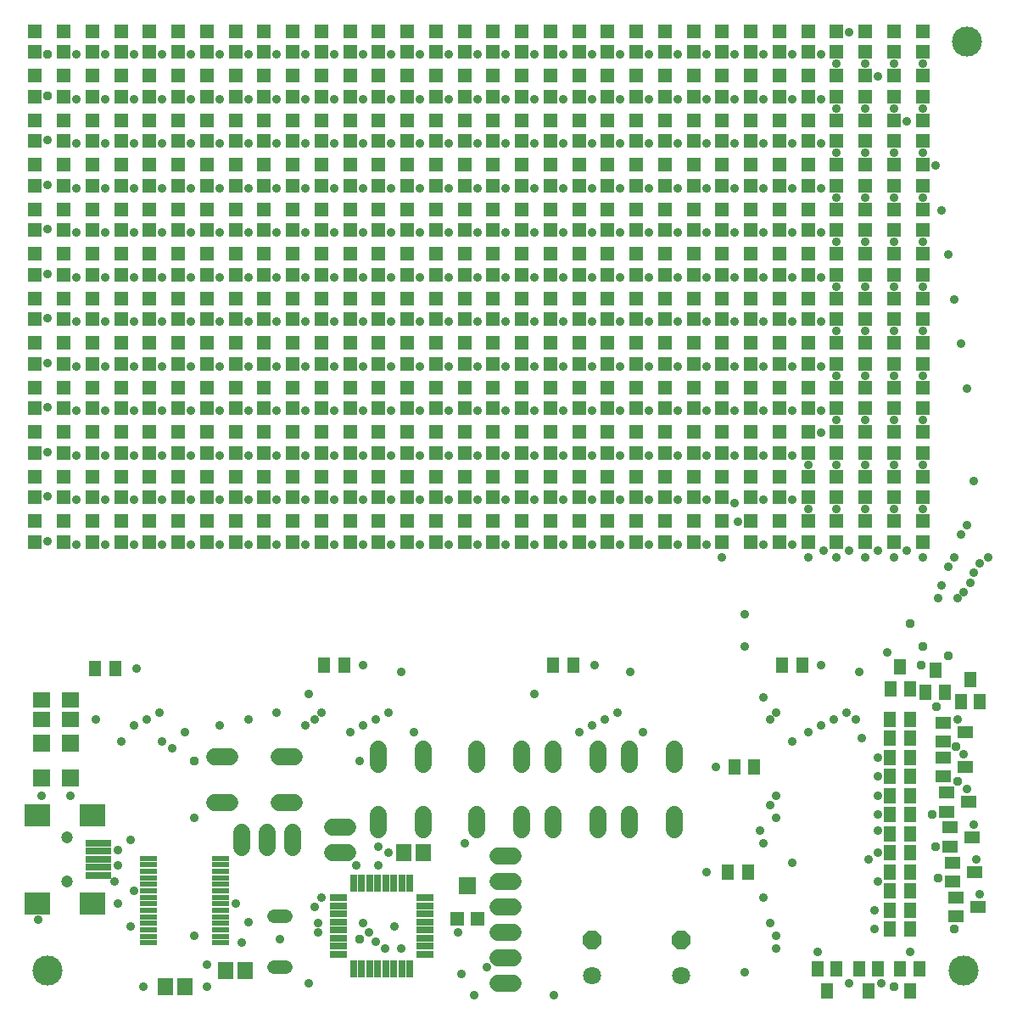
<source format=gbr>
G04 EAGLE Gerber RS-274X export*
G75*
%MOMM*%
%FSLAX34Y34*%
%LPD*%
%INSoldermask Top*%
%IPPOS*%
%AMOC8*
5,1,8,0,0,1.08239X$1,22.5*%
G01*
%ADD10R,1.703200X1.803200*%
%ADD11R,1.403200X1.403200*%
%ADD12C,1.727200*%
%ADD13R,1.303200X1.603200*%
%ADD14P,1.951982X8X112.500000*%
%ADD15C,1.803400*%
%ADD16R,1.503200X1.803200*%
%ADD17R,2.603200X2.203200*%
%ADD18R,2.511200X0.703200*%
%ADD19C,1.203200*%
%ADD20C,3.003200*%
%ADD21R,1.703200X0.603200*%
%ADD22C,1.320800*%
%ADD23R,1.203200X1.603200*%
%ADD24R,1.603200X1.203200*%
%ADD25R,1.703200X1.503200*%
%ADD26R,1.503200X1.703200*%
%ADD27R,1.703200X1.703200*%
%ADD28R,1.703200X0.753200*%
%ADD29R,0.753200X1.703200*%
%ADD30C,0.909600*%
%ADD31C,0.959600*%


D10*
X457200Y122950D03*
D11*
X447200Y89700D03*
X467200Y89700D03*
D12*
X219583Y251206D02*
X204343Y251206D01*
X204343Y205994D02*
X219583Y205994D01*
X269367Y251206D02*
X284607Y251206D01*
X284607Y205994D02*
X269367Y205994D01*
D13*
X85250Y339725D03*
X105250Y339725D03*
D14*
X669925Y68580D03*
D15*
X669925Y33020D03*
D14*
X581025Y68580D03*
D15*
X581025Y33020D03*
D13*
X313850Y342900D03*
X333850Y342900D03*
X542450Y342900D03*
X562450Y342900D03*
D16*
X235425Y38100D03*
X215425Y38100D03*
D13*
X743425Y241300D03*
X723425Y241300D03*
D17*
X82625Y193225D03*
D18*
X88265Y165225D03*
X88265Y157225D03*
X88265Y149225D03*
X88265Y141225D03*
X88265Y133225D03*
D17*
X27625Y193225D03*
X82625Y105225D03*
X27625Y105225D03*
D19*
X57625Y171225D03*
X57625Y127225D03*
D20*
X955675Y965200D03*
X38100Y38100D03*
X952500Y38100D03*
D21*
X210875Y65700D03*
X210875Y72200D03*
X210875Y78700D03*
X210875Y85200D03*
X210875Y91700D03*
X210875Y98200D03*
X210875Y104700D03*
X210875Y111200D03*
X210875Y117700D03*
X210875Y124200D03*
X210875Y130700D03*
X210875Y137200D03*
X210875Y143700D03*
X210875Y150200D03*
X138375Y150200D03*
X138375Y143700D03*
X138375Y137200D03*
X138375Y130700D03*
X138375Y124200D03*
X138375Y117700D03*
X138375Y111200D03*
X138375Y104700D03*
X138375Y98200D03*
X138375Y91700D03*
X138375Y85200D03*
X138375Y78700D03*
X138375Y72200D03*
X138375Y65700D03*
D11*
X25400Y975700D03*
X25400Y954700D03*
X282575Y975700D03*
X282575Y954700D03*
X311150Y975700D03*
X311150Y954700D03*
X339725Y975700D03*
X339725Y954700D03*
X368300Y975700D03*
X368300Y954700D03*
X396875Y975700D03*
X396875Y954700D03*
X425450Y975700D03*
X425450Y954700D03*
X454025Y975700D03*
X454025Y954700D03*
X482600Y975700D03*
X482600Y954700D03*
X511175Y975700D03*
X511175Y954700D03*
X539750Y975700D03*
X539750Y954700D03*
X53975Y975700D03*
X53975Y954700D03*
X568325Y975700D03*
X568325Y954700D03*
X596900Y975700D03*
X596900Y954700D03*
X625475Y975700D03*
X625475Y954700D03*
X654050Y975700D03*
X654050Y954700D03*
X682625Y975700D03*
X682625Y954700D03*
X82550Y975700D03*
X82550Y954700D03*
X111125Y975700D03*
X111125Y954700D03*
X139700Y975700D03*
X139700Y954700D03*
X168275Y975700D03*
X168275Y954700D03*
X196850Y975700D03*
X196850Y954700D03*
X225425Y975700D03*
X225425Y954700D03*
X254000Y975700D03*
X254000Y954700D03*
D12*
X322580Y155575D02*
X337820Y155575D01*
X337820Y180975D02*
X322580Y180975D01*
D22*
X275463Y92075D02*
X264287Y92075D01*
X264287Y41275D02*
X275463Y41275D01*
D23*
X889000Y341200D03*
X898500Y319200D03*
X879500Y319200D03*
X923925Y338025D03*
X933425Y316025D03*
X914425Y316025D03*
X958850Y328500D03*
X968350Y306500D03*
X949350Y306500D03*
D24*
X953975Y276225D03*
X931975Y266725D03*
X931975Y285725D03*
X953975Y241300D03*
X931975Y231800D03*
X931975Y250800D03*
X957150Y206375D03*
X935150Y196875D03*
X935150Y215875D03*
X960325Y171450D03*
X938325Y161950D03*
X938325Y180950D03*
X963500Y136525D03*
X941500Y127025D03*
X941500Y146025D03*
D25*
X31750Y288950D03*
X31750Y307950D03*
X60325Y288950D03*
X60325Y307950D03*
D13*
X879000Y288925D03*
X899000Y288925D03*
X879000Y269875D03*
X899000Y269875D03*
X879000Y250825D03*
X899000Y250825D03*
X879000Y231775D03*
X899000Y231775D03*
X879000Y212725D03*
X899000Y212725D03*
X879000Y193675D03*
X899000Y193675D03*
X879000Y174625D03*
X899000Y174625D03*
X879000Y155575D03*
X899000Y155575D03*
D26*
X155600Y22225D03*
X174600Y22225D03*
X393725Y155575D03*
X412725Y155575D03*
D12*
X367919Y178943D02*
X367919Y194183D01*
X413131Y194183D02*
X413131Y178943D01*
X367919Y243967D02*
X367919Y259207D01*
X413131Y259207D02*
X413131Y243967D01*
D27*
X60325Y230150D03*
X60325Y265150D03*
D12*
X487680Y152400D02*
X502920Y152400D01*
X502920Y127000D02*
X487680Y127000D01*
X487680Y101600D02*
X502920Y101600D01*
X502920Y76200D02*
X487680Y76200D01*
X487680Y50800D02*
X502920Y50800D01*
X502920Y25400D02*
X487680Y25400D01*
X282575Y160655D02*
X282575Y175895D01*
X257175Y175895D02*
X257175Y160655D01*
X231775Y160655D02*
X231775Y175895D01*
D27*
X31750Y230150D03*
X31750Y265150D03*
D28*
X328475Y110550D03*
X328475Y102550D03*
X328475Y94550D03*
X328475Y86550D03*
X328475Y78550D03*
X328475Y70550D03*
X328475Y62550D03*
X328475Y54550D03*
D29*
X343475Y39550D03*
X351475Y39550D03*
X359475Y39550D03*
X367475Y39550D03*
X375475Y39550D03*
X383475Y39550D03*
X391475Y39550D03*
X399475Y39550D03*
D28*
X414475Y54550D03*
X414475Y62550D03*
X414475Y70550D03*
X414475Y78550D03*
X414475Y86550D03*
X414475Y94550D03*
X414475Y102550D03*
X414475Y110550D03*
D29*
X399475Y125550D03*
X391475Y125550D03*
X383475Y125550D03*
X375475Y125550D03*
X367475Y125550D03*
X359475Y125550D03*
X351475Y125550D03*
X343475Y125550D03*
D11*
X711200Y975700D03*
X711200Y954700D03*
X739775Y975700D03*
X739775Y954700D03*
X768350Y975700D03*
X768350Y954700D03*
X796925Y975700D03*
X796925Y954700D03*
X825500Y975700D03*
X825500Y954700D03*
X854075Y975700D03*
X854075Y954700D03*
X882650Y975700D03*
X882650Y954700D03*
X911225Y975700D03*
X911225Y954700D03*
X25400Y931250D03*
X25400Y910250D03*
X53975Y931250D03*
X53975Y910250D03*
X82550Y931250D03*
X82550Y910250D03*
X111125Y931250D03*
X111125Y910250D03*
X139700Y931250D03*
X139700Y910250D03*
X168275Y931250D03*
X168275Y910250D03*
X196850Y931250D03*
X196850Y910250D03*
X225425Y931250D03*
X225425Y910250D03*
X254000Y931250D03*
X254000Y910250D03*
X282575Y931250D03*
X282575Y910250D03*
X311150Y931250D03*
X311150Y910250D03*
X339725Y931250D03*
X339725Y910250D03*
X368300Y931250D03*
X368300Y910250D03*
X396875Y931250D03*
X396875Y910250D03*
X425450Y931250D03*
X425450Y910250D03*
X454025Y931250D03*
X454025Y910250D03*
X482600Y931250D03*
X482600Y910250D03*
X511175Y931250D03*
X511175Y910250D03*
X539750Y931250D03*
X539750Y910250D03*
X568325Y931250D03*
X568325Y910250D03*
X596900Y931250D03*
X596900Y910250D03*
X625475Y931250D03*
X625475Y910250D03*
X654050Y931250D03*
X654050Y910250D03*
X682625Y931250D03*
X682625Y910250D03*
X711200Y931250D03*
X711200Y910250D03*
X739775Y931250D03*
X739775Y910250D03*
X768350Y931250D03*
X768350Y910250D03*
X796925Y931250D03*
X796925Y910250D03*
X825500Y931250D03*
X825500Y910250D03*
X854075Y931250D03*
X854075Y910250D03*
X882650Y931250D03*
X882650Y910250D03*
X911225Y931250D03*
X911225Y910250D03*
X25400Y886800D03*
X25400Y865800D03*
X53975Y886800D03*
X53975Y865800D03*
X82550Y886800D03*
X82550Y865800D03*
X111125Y886800D03*
X111125Y865800D03*
X139700Y886800D03*
X139700Y865800D03*
X168275Y886800D03*
X168275Y865800D03*
X196850Y886800D03*
X196850Y865800D03*
X225425Y886800D03*
X225425Y865800D03*
X254000Y886800D03*
X254000Y865800D03*
X282575Y886800D03*
X282575Y865800D03*
X311150Y886800D03*
X311150Y865800D03*
X339725Y886800D03*
X339725Y865800D03*
X368300Y886800D03*
X368300Y865800D03*
X396875Y886800D03*
X396875Y865800D03*
X425450Y886800D03*
X425450Y865800D03*
X454025Y886800D03*
X454025Y865800D03*
X482600Y886800D03*
X482600Y865800D03*
X511175Y886800D03*
X511175Y865800D03*
X539750Y886800D03*
X539750Y865800D03*
X568325Y886800D03*
X568325Y865800D03*
X596900Y886800D03*
X596900Y865800D03*
X625475Y886800D03*
X625475Y865800D03*
X654050Y886800D03*
X654050Y865800D03*
X682625Y886800D03*
X682625Y865800D03*
X711200Y886800D03*
X711200Y865800D03*
X739775Y886800D03*
X739775Y865800D03*
X768350Y886800D03*
X768350Y865800D03*
X796925Y886800D03*
X796925Y865800D03*
X825500Y886800D03*
X825500Y865800D03*
X854075Y886800D03*
X854075Y865800D03*
X882650Y886800D03*
X882650Y865800D03*
X911225Y886800D03*
X911225Y865800D03*
X25400Y842350D03*
X25400Y821350D03*
X53975Y842350D03*
X53975Y821350D03*
X82550Y842350D03*
X82550Y821350D03*
X111125Y842350D03*
X111125Y821350D03*
X139700Y842350D03*
X139700Y821350D03*
X168275Y842350D03*
X168275Y821350D03*
X196850Y842350D03*
X196850Y821350D03*
X225425Y842350D03*
X225425Y821350D03*
X254000Y842350D03*
X254000Y821350D03*
X282575Y842350D03*
X282575Y821350D03*
X311150Y842350D03*
X311150Y821350D03*
X339725Y842350D03*
X339725Y821350D03*
X368300Y842350D03*
X368300Y821350D03*
X396875Y842350D03*
X396875Y821350D03*
X425450Y842350D03*
X425450Y821350D03*
X454025Y842350D03*
X454025Y821350D03*
X482600Y842350D03*
X482600Y821350D03*
X511175Y842350D03*
X511175Y821350D03*
X539750Y842350D03*
X539750Y821350D03*
X568325Y842350D03*
X568325Y821350D03*
X596900Y842350D03*
X596900Y821350D03*
X625475Y842350D03*
X625475Y821350D03*
X654050Y842350D03*
X654050Y821350D03*
X682625Y842350D03*
X682625Y821350D03*
X711200Y842350D03*
X711200Y821350D03*
X739775Y842350D03*
X739775Y821350D03*
X768350Y842350D03*
X768350Y821350D03*
X796925Y842350D03*
X796925Y821350D03*
X825500Y842350D03*
X825500Y821350D03*
X854075Y842350D03*
X854075Y821350D03*
X882650Y842350D03*
X882650Y821350D03*
X911225Y842350D03*
X911225Y821350D03*
X25400Y797900D03*
X25400Y776900D03*
X53975Y797900D03*
X53975Y776900D03*
X82550Y797900D03*
X82550Y776900D03*
X111125Y797900D03*
X111125Y776900D03*
X139700Y797900D03*
X139700Y776900D03*
X168275Y797900D03*
X168275Y776900D03*
X196850Y797900D03*
X196850Y776900D03*
X225425Y797900D03*
X225425Y776900D03*
X254000Y797900D03*
X254000Y776900D03*
X282575Y797900D03*
X282575Y776900D03*
X311150Y797900D03*
X311150Y776900D03*
X339725Y797900D03*
X339725Y776900D03*
X368300Y797900D03*
X368300Y776900D03*
X396875Y797900D03*
X396875Y776900D03*
X425450Y797900D03*
X425450Y776900D03*
X454025Y797900D03*
X454025Y776900D03*
X482600Y797900D03*
X482600Y776900D03*
X511175Y797900D03*
X511175Y776900D03*
X539750Y797900D03*
X539750Y776900D03*
X568325Y797900D03*
X568325Y776900D03*
X596900Y797900D03*
X596900Y776900D03*
X625475Y797900D03*
X625475Y776900D03*
X654050Y797900D03*
X654050Y776900D03*
X682625Y797900D03*
X682625Y776900D03*
X711200Y797900D03*
X711200Y776900D03*
X739775Y797900D03*
X739775Y776900D03*
X768350Y797900D03*
X768350Y776900D03*
X796925Y797900D03*
X796925Y776900D03*
X825500Y797900D03*
X825500Y776900D03*
X854075Y797900D03*
X854075Y776900D03*
X882650Y797900D03*
X882650Y776900D03*
X911225Y797900D03*
X911225Y776900D03*
X25400Y753450D03*
X25400Y732450D03*
X53975Y753450D03*
X53975Y732450D03*
X82550Y753450D03*
X82550Y732450D03*
X111125Y753450D03*
X111125Y732450D03*
X139700Y753450D03*
X139700Y732450D03*
X168275Y753450D03*
X168275Y732450D03*
X196850Y753450D03*
X196850Y732450D03*
X225425Y753450D03*
X225425Y732450D03*
X254000Y753450D03*
X254000Y732450D03*
X282575Y753450D03*
X282575Y732450D03*
X311150Y753450D03*
X311150Y732450D03*
X339725Y753450D03*
X339725Y732450D03*
X368300Y753450D03*
X368300Y732450D03*
X396875Y753450D03*
X396875Y732450D03*
X425450Y753450D03*
X425450Y732450D03*
X454025Y753450D03*
X454025Y732450D03*
X482600Y753450D03*
X482600Y732450D03*
X511175Y753450D03*
X511175Y732450D03*
X539750Y753450D03*
X539750Y732450D03*
X568325Y753450D03*
X568325Y732450D03*
X596900Y753450D03*
X596900Y732450D03*
X625475Y753450D03*
X625475Y732450D03*
X654050Y753450D03*
X654050Y732450D03*
X682625Y753450D03*
X682625Y732450D03*
X711200Y753450D03*
X711200Y732450D03*
X739775Y753450D03*
X739775Y732450D03*
X768350Y753450D03*
X768350Y732450D03*
X796925Y753450D03*
X796925Y732450D03*
X825500Y753450D03*
X825500Y732450D03*
X854075Y753450D03*
X854075Y732450D03*
X882650Y753450D03*
X882650Y732450D03*
X911225Y753450D03*
X911225Y732450D03*
X25400Y709000D03*
X25400Y688000D03*
X53975Y709000D03*
X53975Y688000D03*
X82550Y709000D03*
X82550Y688000D03*
X111125Y709000D03*
X111125Y688000D03*
X139700Y709000D03*
X139700Y688000D03*
X168275Y709000D03*
X168275Y688000D03*
X196850Y709000D03*
X196850Y688000D03*
X225425Y709000D03*
X225425Y688000D03*
X254000Y709000D03*
X254000Y688000D03*
X282575Y709000D03*
X282575Y688000D03*
X311150Y709000D03*
X311150Y688000D03*
X339725Y709000D03*
X339725Y688000D03*
X368300Y709000D03*
X368300Y688000D03*
X396875Y709000D03*
X396875Y688000D03*
X425450Y709000D03*
X425450Y688000D03*
X454025Y709000D03*
X454025Y688000D03*
X482600Y709000D03*
X482600Y688000D03*
X511175Y709000D03*
X511175Y688000D03*
X539750Y709000D03*
X539750Y688000D03*
X568325Y709000D03*
X568325Y688000D03*
X596900Y709000D03*
X596900Y688000D03*
X625475Y709000D03*
X625475Y688000D03*
X654050Y709000D03*
X654050Y688000D03*
X682625Y709000D03*
X682625Y688000D03*
X711200Y709000D03*
X711200Y688000D03*
X739775Y709000D03*
X739775Y688000D03*
X768350Y709000D03*
X768350Y688000D03*
X796925Y709000D03*
X796925Y688000D03*
X825500Y709000D03*
X825500Y688000D03*
X854075Y709000D03*
X854075Y688000D03*
X882650Y709000D03*
X882650Y688000D03*
X911225Y709000D03*
X911225Y688000D03*
X25400Y664550D03*
X25400Y643550D03*
X53975Y664550D03*
X53975Y643550D03*
X82550Y664550D03*
X82550Y643550D03*
X111125Y664550D03*
X111125Y643550D03*
X139700Y664550D03*
X139700Y643550D03*
X168275Y664550D03*
X168275Y643550D03*
X196850Y664550D03*
X196850Y643550D03*
X225425Y664550D03*
X225425Y643550D03*
X254000Y664550D03*
X254000Y643550D03*
X282575Y664550D03*
X282575Y643550D03*
X311150Y664550D03*
X311150Y643550D03*
X339725Y664550D03*
X339725Y643550D03*
X368300Y664550D03*
X368300Y643550D03*
X396875Y664550D03*
X396875Y643550D03*
X425450Y664550D03*
X425450Y643550D03*
X454025Y664550D03*
X454025Y643550D03*
X482600Y664550D03*
X482600Y643550D03*
X511175Y664550D03*
X511175Y643550D03*
X539750Y664550D03*
X539750Y643550D03*
X568325Y664550D03*
X568325Y643550D03*
X596900Y664550D03*
X596900Y643550D03*
X625475Y664550D03*
X625475Y643550D03*
X654050Y664550D03*
X654050Y643550D03*
X682625Y664550D03*
X682625Y643550D03*
X711200Y664550D03*
X711200Y643550D03*
X739775Y664550D03*
X739775Y643550D03*
X768350Y664550D03*
X768350Y643550D03*
X796925Y664550D03*
X796925Y643550D03*
X825500Y664550D03*
X825500Y643550D03*
X854075Y664550D03*
X854075Y643550D03*
X882650Y664550D03*
X882650Y643550D03*
X911225Y664550D03*
X911225Y643550D03*
X25400Y620100D03*
X25400Y599100D03*
X53975Y620100D03*
X53975Y599100D03*
X82550Y620100D03*
X82550Y599100D03*
X111125Y620100D03*
X111125Y599100D03*
X139700Y620100D03*
X139700Y599100D03*
X168275Y620100D03*
X168275Y599100D03*
X196850Y620100D03*
X196850Y599100D03*
X225425Y620100D03*
X225425Y599100D03*
X254000Y620100D03*
X254000Y599100D03*
X282575Y620100D03*
X282575Y599100D03*
X311150Y620100D03*
X311150Y599100D03*
X339725Y620100D03*
X339725Y599100D03*
X368300Y620100D03*
X368300Y599100D03*
X396875Y620100D03*
X396875Y599100D03*
X425450Y620100D03*
X425450Y599100D03*
X454025Y620100D03*
X454025Y599100D03*
X482600Y620100D03*
X482600Y599100D03*
X511175Y620100D03*
X511175Y599100D03*
X539750Y620100D03*
X539750Y599100D03*
X568325Y620100D03*
X568325Y599100D03*
X596900Y620100D03*
X596900Y599100D03*
X625475Y620100D03*
X625475Y599100D03*
X654050Y620100D03*
X654050Y599100D03*
X682625Y620100D03*
X682625Y599100D03*
X711200Y620100D03*
X711200Y599100D03*
X739775Y620100D03*
X739775Y599100D03*
X768350Y620100D03*
X768350Y599100D03*
X796925Y620100D03*
X796925Y599100D03*
X825500Y620100D03*
X825500Y599100D03*
X854075Y620100D03*
X854075Y599100D03*
X882650Y620100D03*
X882650Y599100D03*
X911225Y620100D03*
X911225Y599100D03*
X25400Y575650D03*
X25400Y554650D03*
X53975Y575650D03*
X53975Y554650D03*
X82550Y575650D03*
X82550Y554650D03*
X111125Y575650D03*
X111125Y554650D03*
X139700Y575650D03*
X139700Y554650D03*
X168275Y575650D03*
X168275Y554650D03*
X196850Y575650D03*
X196850Y554650D03*
X225425Y575650D03*
X225425Y554650D03*
X254000Y575650D03*
X254000Y554650D03*
X282575Y575650D03*
X282575Y554650D03*
X311150Y575650D03*
X311150Y554650D03*
X339725Y575650D03*
X339725Y554650D03*
X368300Y575650D03*
X368300Y554650D03*
X396875Y575650D03*
X396875Y554650D03*
X425450Y575650D03*
X425450Y554650D03*
X454025Y575650D03*
X454025Y554650D03*
X482600Y575650D03*
X482600Y554650D03*
X511175Y575650D03*
X511175Y554650D03*
X539750Y575650D03*
X539750Y554650D03*
X568325Y575650D03*
X568325Y554650D03*
X596900Y575650D03*
X596900Y554650D03*
X625475Y575650D03*
X625475Y554650D03*
X654050Y575650D03*
X654050Y554650D03*
X682625Y575650D03*
X682625Y554650D03*
X711200Y575650D03*
X711200Y554650D03*
X739775Y575650D03*
X739775Y554650D03*
X768350Y575650D03*
X768350Y554650D03*
X796925Y575650D03*
X796925Y554650D03*
X825500Y575650D03*
X825500Y554650D03*
X854075Y575650D03*
X854075Y554650D03*
X882650Y575650D03*
X882650Y554650D03*
X911225Y575650D03*
X911225Y554650D03*
X25400Y531200D03*
X25400Y510200D03*
X53975Y531200D03*
X53975Y510200D03*
X82550Y531200D03*
X82550Y510200D03*
X111125Y531200D03*
X111125Y510200D03*
X139700Y531200D03*
X139700Y510200D03*
X168275Y531200D03*
X168275Y510200D03*
X196850Y531200D03*
X196850Y510200D03*
X225425Y531200D03*
X225425Y510200D03*
X254000Y531200D03*
X254000Y510200D03*
X282575Y531200D03*
X282575Y510200D03*
X311150Y531200D03*
X311150Y510200D03*
X339725Y531200D03*
X339725Y510200D03*
X368300Y531200D03*
X368300Y510200D03*
X396875Y531200D03*
X396875Y510200D03*
X425450Y531200D03*
X425450Y510200D03*
X454025Y531200D03*
X454025Y510200D03*
X482600Y531200D03*
X482600Y510200D03*
X511175Y531200D03*
X511175Y510200D03*
X539750Y531200D03*
X539750Y510200D03*
X568325Y531200D03*
X568325Y510200D03*
X596900Y531200D03*
X596900Y510200D03*
X625475Y531200D03*
X625475Y510200D03*
X654050Y531200D03*
X654050Y510200D03*
X682625Y531200D03*
X682625Y510200D03*
X711200Y531200D03*
X711200Y510200D03*
X739775Y531200D03*
X739775Y510200D03*
X768350Y531200D03*
X768350Y510200D03*
X796925Y531200D03*
X796925Y510200D03*
X825500Y531200D03*
X825500Y510200D03*
X854075Y531200D03*
X854075Y510200D03*
X882650Y531200D03*
X882650Y510200D03*
X911225Y531200D03*
X911225Y510200D03*
X25400Y486750D03*
X25400Y465750D03*
X53975Y486750D03*
X53975Y465750D03*
X82550Y486750D03*
X82550Y465750D03*
X111125Y486750D03*
X111125Y465750D03*
X139700Y486750D03*
X139700Y465750D03*
X168275Y486750D03*
X168275Y465750D03*
X196850Y486750D03*
X196850Y465750D03*
X225425Y486750D03*
X225425Y465750D03*
X254000Y486750D03*
X254000Y465750D03*
X282575Y486750D03*
X282575Y465750D03*
X311150Y486750D03*
X311150Y465750D03*
X339725Y486750D03*
X339725Y465750D03*
X368300Y486750D03*
X368300Y465750D03*
X396875Y486750D03*
X396875Y465750D03*
X425450Y486750D03*
X425450Y465750D03*
X454025Y486750D03*
X454025Y465750D03*
X482600Y486750D03*
X482600Y465750D03*
X511175Y486750D03*
X511175Y465750D03*
X539750Y486750D03*
X539750Y465750D03*
X568325Y486750D03*
X568325Y465750D03*
X596900Y486750D03*
X596900Y465750D03*
X625475Y486750D03*
X625475Y465750D03*
X654050Y486750D03*
X654050Y465750D03*
X682625Y486750D03*
X682625Y465750D03*
X711200Y486750D03*
X711200Y465750D03*
X739775Y486750D03*
X739775Y465750D03*
X768350Y486750D03*
X768350Y465750D03*
X796925Y486750D03*
X796925Y465750D03*
X825500Y486750D03*
X825500Y465750D03*
X854075Y486750D03*
X854075Y465750D03*
X882650Y486750D03*
X882650Y465750D03*
X911225Y486750D03*
X911225Y465750D03*
D13*
X771050Y342900D03*
X791050Y342900D03*
D24*
X966675Y101600D03*
X944675Y92100D03*
X944675Y111100D03*
D13*
X879000Y136525D03*
X899000Y136525D03*
X879000Y117475D03*
X899000Y117475D03*
X879000Y98425D03*
X899000Y98425D03*
X879000Y79375D03*
X899000Y79375D03*
D23*
X898525Y17575D03*
X889025Y39575D03*
X908025Y39575D03*
X857250Y17575D03*
X847750Y39575D03*
X866750Y39575D03*
X815975Y17575D03*
X806475Y39575D03*
X825475Y39575D03*
D13*
X737075Y136525D03*
X717075Y136525D03*
D12*
X466344Y178943D02*
X466344Y194183D01*
X511556Y194183D02*
X511556Y178943D01*
X466344Y243967D02*
X466344Y259207D01*
X511556Y259207D02*
X511556Y243967D01*
X618744Y194183D02*
X618744Y178943D01*
X663956Y178943D02*
X663956Y194183D01*
X618744Y243967D02*
X618744Y259207D01*
X663956Y259207D02*
X663956Y243967D01*
X542544Y194183D02*
X542544Y178943D01*
X587756Y178943D02*
X587756Y194183D01*
X542544Y243967D02*
X542544Y259207D01*
X587756Y259207D02*
X587756Y243967D01*
D30*
X838200Y457200D03*
X838200Y974725D03*
X866775Y457200D03*
X866775Y930275D03*
X895350Y457200D03*
X895350Y885825D03*
X946150Y288925D03*
X946150Y409575D03*
X927100Y409575D03*
X923925Y841375D03*
X952500Y254000D03*
X952500Y415925D03*
X930275Y422275D03*
X930275Y796925D03*
X955675Y219075D03*
X958850Y425450D03*
X936625Y441325D03*
X936625Y752475D03*
X962025Y184150D03*
X962025Y434975D03*
X942975Y450850D03*
X942975Y708025D03*
X965200Y149225D03*
X968375Y444500D03*
X949325Y473075D03*
X949325Y663575D03*
D31*
X38100Y952500D03*
X38100Y911225D03*
D30*
X38100Y466725D03*
X38100Y511175D03*
X38100Y555625D03*
X38100Y600075D03*
X38100Y644525D03*
X38100Y688975D03*
X38100Y733425D03*
X38100Y777875D03*
X38100Y822325D03*
X38100Y866775D03*
X66675Y952500D03*
X66675Y908050D03*
X66675Y863600D03*
X66675Y819150D03*
X66675Y774700D03*
X66675Y730250D03*
X66675Y685800D03*
X66675Y641350D03*
X66675Y596900D03*
X66675Y552450D03*
X66675Y508000D03*
X66675Y463550D03*
X95250Y952500D03*
X95250Y908050D03*
X95250Y863600D03*
X95250Y819150D03*
X95250Y774700D03*
X95250Y730250D03*
X95250Y685800D03*
X95250Y641350D03*
X95250Y596900D03*
X95250Y552450D03*
X95250Y508000D03*
X95250Y463550D03*
X123825Y952500D03*
X123825Y908050D03*
X123825Y863600D03*
X123825Y819150D03*
X123825Y774700D03*
X123825Y730250D03*
X123825Y685800D03*
X123825Y641350D03*
X123825Y596900D03*
X123825Y552450D03*
X123825Y508000D03*
X123825Y463550D03*
X152400Y952500D03*
X152400Y908050D03*
X152400Y863600D03*
X152400Y819150D03*
X152400Y774700D03*
X152400Y730250D03*
X152400Y685800D03*
X152400Y641350D03*
X152400Y596900D03*
X152400Y552450D03*
X152400Y508000D03*
X152400Y463550D03*
X180975Y952500D03*
X180975Y908050D03*
X180975Y863600D03*
X180975Y819150D03*
X180975Y774700D03*
X180975Y730250D03*
X180975Y685800D03*
X180975Y641350D03*
X180975Y596900D03*
X180975Y552450D03*
X180975Y508000D03*
X180975Y463550D03*
X209550Y952500D03*
X209550Y908050D03*
X209550Y863600D03*
X209550Y819150D03*
X209550Y774700D03*
X209550Y730250D03*
X209550Y685800D03*
X209550Y641350D03*
X209550Y596900D03*
X209550Y552450D03*
X209550Y508000D03*
X209550Y463550D03*
X238125Y908050D03*
X238125Y952500D03*
X238125Y863600D03*
X238125Y819150D03*
X238125Y774700D03*
X238125Y730250D03*
X238125Y685800D03*
X238125Y641350D03*
X238125Y596900D03*
X238125Y552450D03*
X238125Y508000D03*
X238125Y463550D03*
X266700Y952500D03*
X266700Y908050D03*
X266700Y863600D03*
X266700Y819150D03*
X266700Y774700D03*
X266700Y730250D03*
X266700Y685800D03*
X266700Y641350D03*
X266700Y596900D03*
X266700Y552450D03*
X266700Y508000D03*
X266700Y463550D03*
X295275Y952500D03*
X295275Y908050D03*
X295275Y863600D03*
X295275Y819150D03*
X295275Y774700D03*
X295275Y730250D03*
X295275Y685800D03*
X295275Y641350D03*
X295275Y552450D03*
X295275Y596900D03*
X295275Y508000D03*
X295275Y463550D03*
X323850Y908050D03*
X323850Y952500D03*
X323850Y863600D03*
X323850Y819150D03*
X323850Y774700D03*
X323850Y730250D03*
X323850Y685800D03*
X323850Y641350D03*
X323850Y596900D03*
X323850Y552450D03*
X323850Y508000D03*
X323850Y463550D03*
X352425Y952500D03*
X352425Y908050D03*
X352425Y863600D03*
X352425Y819150D03*
X352425Y774700D03*
X352425Y730250D03*
X352425Y685800D03*
X352425Y641350D03*
X352425Y596900D03*
X352425Y552450D03*
X352425Y508000D03*
X352425Y463550D03*
X381000Y952500D03*
X381000Y908050D03*
X381000Y863600D03*
X381000Y819150D03*
X381000Y774700D03*
X381000Y730250D03*
X381000Y685800D03*
X381000Y641350D03*
X381000Y596900D03*
X381000Y552450D03*
X381000Y463550D03*
X381000Y508000D03*
X409575Y952500D03*
X409575Y863600D03*
X409575Y819150D03*
X409575Y908050D03*
X409575Y774700D03*
X409575Y730250D03*
X409575Y685800D03*
X409575Y641350D03*
X409575Y596900D03*
X409575Y552450D03*
X409575Y508000D03*
X409575Y463550D03*
X438150Y952500D03*
X438150Y863600D03*
X438150Y819150D03*
X438150Y908050D03*
X438150Y774700D03*
X438150Y730250D03*
X438150Y685800D03*
X438150Y641350D03*
X438150Y596900D03*
X438150Y552450D03*
X438150Y508000D03*
X438150Y463550D03*
X466725Y952500D03*
X466725Y908050D03*
X466725Y863600D03*
X466725Y819150D03*
X466725Y774700D03*
X466725Y730250D03*
X466725Y685800D03*
X466725Y641350D03*
X466725Y596900D03*
X466725Y552450D03*
X466725Y463550D03*
X466725Y508000D03*
X174625Y276225D03*
X339725Y276225D03*
X822325Y288925D03*
X136525Y288925D03*
X593725Y288925D03*
X365125Y288925D03*
X758825Y203200D03*
X758825Y85725D03*
X758825Y288925D03*
X304800Y101600D03*
X304800Y288925D03*
X238125Y288925D03*
X149225Y295275D03*
X835025Y295275D03*
X606425Y295275D03*
X377825Y295275D03*
X765175Y73025D03*
X765175Y190500D03*
X765175Y212725D03*
X765175Y295275D03*
X311150Y111125D03*
X311150Y295275D03*
X266700Y295275D03*
X196850Y22225D03*
X152400Y266700D03*
X111125Y266700D03*
X161925Y260350D03*
X85725Y288925D03*
X298450Y314325D03*
X390525Y336550D03*
X619125Y336550D03*
X523875Y314325D03*
X752475Y311150D03*
X847725Y336550D03*
X120650Y168275D03*
X765175Y60325D03*
X781050Y146050D03*
X781050Y266700D03*
X749300Y177800D03*
D31*
X184150Y247650D03*
D30*
X384175Y82550D03*
X127000Y339725D03*
X352425Y342900D03*
X584200Y342900D03*
X809625Y342900D03*
X133350Y22225D03*
X196850Y44450D03*
X225425Y104775D03*
X104775Y127000D03*
X704850Y241300D03*
X695325Y136525D03*
D31*
X349250Y69850D03*
X942975Y79375D03*
X927100Y130175D03*
X923925Y161925D03*
X920750Y193675D03*
X944563Y261938D03*
X946150Y227013D03*
X925513Y301625D03*
X909638Y342900D03*
X936625Y352425D03*
D30*
X806450Y57150D03*
X838200Y25400D03*
D31*
X882650Y22225D03*
X911225Y361950D03*
X898525Y384175D03*
D30*
X120650Y82550D03*
X123825Y117475D03*
X447675Y76200D03*
X495300Y952500D03*
X495300Y908050D03*
X495300Y863600D03*
X495300Y819150D03*
X495300Y774700D03*
X495300Y730250D03*
X495300Y685800D03*
X495300Y641350D03*
X495300Y596900D03*
X495300Y552450D03*
X495300Y508000D03*
X495300Y463550D03*
X523875Y952500D03*
X523875Y908050D03*
X523875Y863600D03*
X523875Y819150D03*
X523875Y774700D03*
X523875Y730250D03*
X523875Y685800D03*
X523875Y641350D03*
X523875Y596900D03*
X523875Y552450D03*
X523875Y463550D03*
X523875Y508000D03*
X552450Y952500D03*
X552450Y908050D03*
X552450Y863600D03*
X552450Y819150D03*
X552450Y774700D03*
X552450Y730250D03*
X552450Y685800D03*
X552450Y641350D03*
X552450Y596900D03*
X552450Y552450D03*
X552450Y508000D03*
X552450Y463550D03*
X581025Y952500D03*
X581025Y863600D03*
X581025Y908050D03*
X581025Y819150D03*
X581025Y774700D03*
X581025Y730250D03*
X581025Y685800D03*
X581025Y641350D03*
X581025Y552450D03*
X581025Y596900D03*
X581025Y463550D03*
X581025Y508000D03*
X609600Y952500D03*
X609600Y908050D03*
X609600Y863600D03*
X609600Y819150D03*
X609600Y774700D03*
X609600Y730250D03*
X609600Y685800D03*
X609600Y641350D03*
X609600Y596900D03*
X609600Y552450D03*
X609600Y508000D03*
X609600Y463550D03*
X638175Y952500D03*
X638175Y908050D03*
X638175Y863600D03*
X638175Y819150D03*
X638175Y774700D03*
X638175Y730250D03*
X638175Y685800D03*
X638175Y641350D03*
X638175Y596900D03*
X638175Y552450D03*
X638175Y508000D03*
X638175Y463550D03*
X666750Y952500D03*
X666750Y908050D03*
X666750Y863600D03*
X666750Y819150D03*
X666750Y774700D03*
X666750Y730250D03*
X666750Y685800D03*
X666750Y641350D03*
X666750Y596900D03*
X666750Y552450D03*
X666750Y508000D03*
X666750Y463550D03*
X695325Y952500D03*
X695325Y908050D03*
X695325Y863600D03*
X695325Y819150D03*
X695325Y774700D03*
X695325Y730250D03*
X695325Y685800D03*
X695325Y641350D03*
X695325Y596900D03*
X695325Y552450D03*
X695325Y463550D03*
X695325Y508000D03*
X403225Y276225D03*
X568325Y276225D03*
X107950Y142875D03*
X107950Y158750D03*
X352425Y85725D03*
X307975Y85725D03*
X238929Y86529D03*
X358775Y76200D03*
X307975Y76200D03*
X231775Y65700D03*
X368300Y142875D03*
X367919Y161925D03*
X184150Y190500D03*
X476250Y41275D03*
X450850Y34925D03*
X374650Y60325D03*
X28575Y88900D03*
X31750Y212725D03*
X60325Y212725D03*
X107950Y104775D03*
X184150Y73025D03*
X269875Y69850D03*
X844550Y288925D03*
X850900Y269875D03*
X866775Y250825D03*
X866775Y231775D03*
X866775Y212725D03*
X866775Y193675D03*
X866775Y177800D03*
X866775Y155575D03*
X123825Y282575D03*
X809625Y282575D03*
X581025Y282575D03*
X352425Y282575D03*
X298450Y25400D03*
X295275Y282575D03*
X209550Y282575D03*
X349250Y247650D03*
X346075Y142875D03*
X377825Y155575D03*
X365125Y66675D03*
X711200Y450850D03*
X723900Y504825D03*
X723900Y952500D03*
X723900Y908050D03*
X723900Y863600D03*
X723900Y819150D03*
X723900Y774700D03*
X723900Y730250D03*
X723900Y685800D03*
X723900Y641350D03*
X723900Y596900D03*
X723900Y552450D03*
X752475Y952500D03*
X752475Y863600D03*
X752475Y908050D03*
X752475Y819150D03*
X752475Y774700D03*
X752475Y730250D03*
X752475Y685800D03*
X752475Y641350D03*
X752475Y596900D03*
X752475Y552450D03*
X752475Y463550D03*
X752475Y508000D03*
X781050Y952500D03*
X781050Y908050D03*
X781050Y863600D03*
X781050Y819150D03*
X781050Y774700D03*
X781050Y730250D03*
X781050Y685800D03*
X781050Y641350D03*
X781050Y596900D03*
X781050Y552450D03*
X781050Y508000D03*
X781050Y463550D03*
X796925Y450850D03*
X796925Y498475D03*
X796925Y542925D03*
X809625Y952500D03*
X809625Y908050D03*
X809625Y863600D03*
X809625Y819150D03*
X809625Y774700D03*
X809625Y730250D03*
X809625Y685800D03*
X809625Y641350D03*
X809625Y596900D03*
X825500Y450850D03*
X825500Y498475D03*
X825500Y542925D03*
X825500Y587375D03*
X825500Y631825D03*
X825500Y942975D03*
X825500Y898525D03*
X825500Y809625D03*
X825500Y765175D03*
X825500Y720725D03*
X825500Y676275D03*
X825500Y854075D03*
X854075Y450850D03*
X854075Y942975D03*
X854075Y898525D03*
X854075Y854075D03*
X854075Y809625D03*
X854075Y765175D03*
X854075Y720725D03*
X854075Y676275D03*
X854075Y631825D03*
X854075Y587375D03*
X854075Y542925D03*
X854075Y498475D03*
X882650Y450850D03*
X882650Y942975D03*
X882650Y898525D03*
X882650Y854075D03*
X882650Y809625D03*
X882650Y765175D03*
X882650Y720725D03*
X882650Y676275D03*
X882650Y631825D03*
X882650Y587375D03*
X882650Y542925D03*
X882650Y498475D03*
X911225Y450850D03*
X911225Y942975D03*
X911225Y898525D03*
X911225Y854075D03*
X911225Y809625D03*
X911225Y765175D03*
X911225Y720725D03*
X911225Y676275D03*
X911225Y631825D03*
X911225Y587375D03*
X911225Y542925D03*
X911225Y498475D03*
X631825Y276225D03*
X796925Y276225D03*
X968375Y114300D03*
X976708Y450850D03*
X955675Y482600D03*
X955675Y619125D03*
X876300Y355600D03*
X812800Y457200D03*
X809625Y574675D03*
X869950Y25400D03*
X898525Y57150D03*
X962025Y527050D03*
X733425Y36513D03*
X733425Y361950D03*
X733425Y393700D03*
X727075Y485775D03*
X857250Y149225D03*
X866775Y127000D03*
X863600Y98425D03*
X863600Y79375D03*
X752475Y111125D03*
X752475Y165100D03*
X542925Y13692D03*
X390525Y60325D03*
X454025Y165100D03*
X463550Y13692D03*
M02*

</source>
